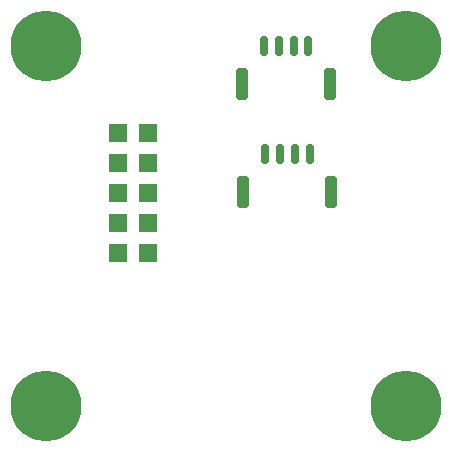
<source format=gbr>
%TF.GenerationSoftware,KiCad,Pcbnew,6.0.11+dfsg-1~bpo11+1*%
%TF.CreationDate,2023-05-28T01:43:01+00:00*%
%TF.ProjectId,GH4PIN01,47483450-494e-4303-912e-6b696361645f,rev?*%
%TF.SameCoordinates,Original*%
%TF.FileFunction,Soldermask,Top*%
%TF.FilePolarity,Negative*%
%FSLAX46Y46*%
G04 Gerber Fmt 4.6, Leading zero omitted, Abs format (unit mm)*
G04 Created by KiCad (PCBNEW 6.0.11+dfsg-1~bpo11+1) date 2023-05-28 01:43:01*
%MOMM*%
%LPD*%
G01*
G04 APERTURE LIST*
G04 Aperture macros list*
%AMRoundRect*
0 Rectangle with rounded corners*
0 $1 Rounding radius*
0 $2 $3 $4 $5 $6 $7 $8 $9 X,Y pos of 4 corners*
0 Add a 4 corners polygon primitive as box body*
4,1,4,$2,$3,$4,$5,$6,$7,$8,$9,$2,$3,0*
0 Add four circle primitives for the rounded corners*
1,1,$1+$1,$2,$3*
1,1,$1+$1,$4,$5*
1,1,$1+$1,$6,$7*
1,1,$1+$1,$8,$9*
0 Add four rect primitives between the rounded corners*
20,1,$1+$1,$2,$3,$4,$5,0*
20,1,$1+$1,$4,$5,$6,$7,0*
20,1,$1+$1,$6,$7,$8,$9,0*
20,1,$1+$1,$8,$9,$2,$3,0*%
G04 Aperture macros list end*
%ADD10RoundRect,0.150000X-0.150000X-0.700000X0.150000X-0.700000X0.150000X0.700000X-0.150000X0.700000X0*%
%ADD11RoundRect,0.250000X-0.250000X-1.100000X0.250000X-1.100000X0.250000X1.100000X-0.250000X1.100000X0*%
%ADD12C,6.000000*%
%ADD13R,1.524000X1.524000*%
G04 APERTURE END LIST*
D10*
%TO.C,J1*%
X18550000Y21340000D03*
X19800000Y21340000D03*
X21050000Y21340000D03*
X22300000Y21340000D03*
D11*
X16700000Y18140000D03*
X24150000Y18140000D03*
%TD*%
D12*
%TO.C,M2*%
X0Y30480000D03*
%TD*%
%TO.C,M4*%
X30480000Y0D03*
%TD*%
%TO.C,M3*%
X0Y0D03*
%TD*%
%TO.C,M1*%
X30480000Y30480000D03*
%TD*%
D13*
%TO.C,J3*%
X6096000Y23114000D03*
X8636000Y23114000D03*
X6096000Y20574000D03*
X8636000Y20574000D03*
X6096000Y18034000D03*
X8636000Y18034000D03*
X6096000Y15494000D03*
X8636000Y15494000D03*
X6096000Y12954000D03*
X8636000Y12954000D03*
%TD*%
D10*
%TO.C,J2*%
X18445000Y30450000D03*
X19695000Y30450000D03*
X20945000Y30450000D03*
X22195000Y30450000D03*
D11*
X24045000Y27250000D03*
X16595000Y27250000D03*
%TD*%
M02*

</source>
